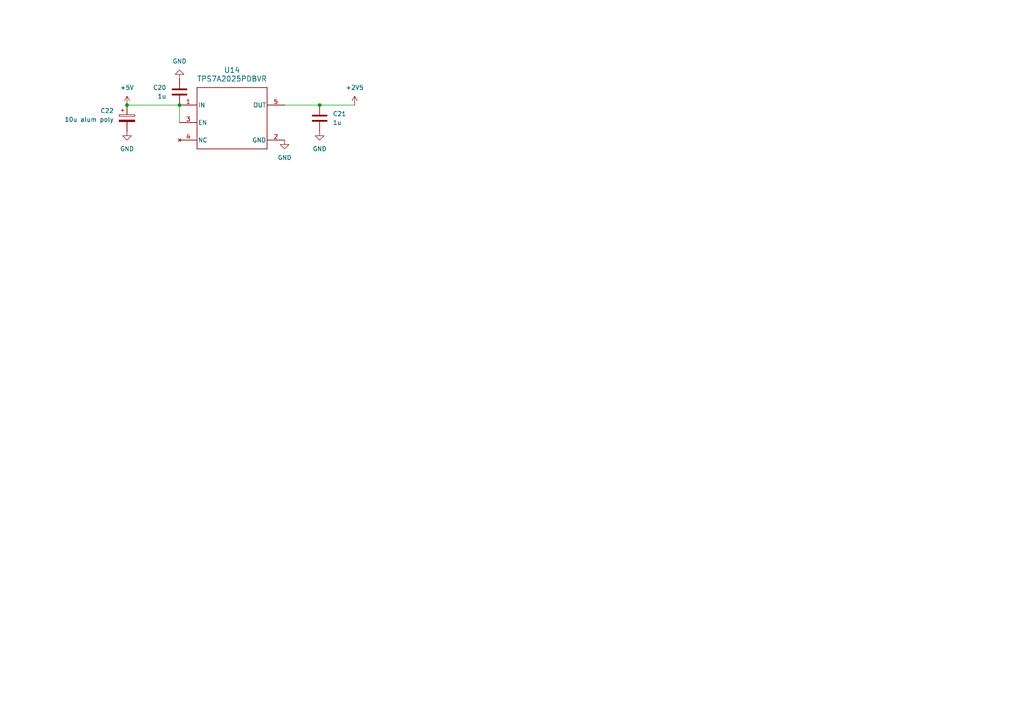
<source format=kicad_sch>
(kicad_sch (version 20250114) (generator "eeschema") (generator_version "9.0")
  (paper "A4")
  (lib_symbols
    (symbol "Device:C" (pin_numbers (hide yes)) (pin_names (offset 0.254))
      (property "Reference" "C" (at 0.635 2.54 0))
      (property "Value" "C" (at 0.635 -2.54 0))
      (symbol "C_0_1"
        (polyline (pts (xy -2.032 0.762) (xy 2.032 0.762)) (stroke (width 0.508)))
        (polyline (pts (xy -2.032 -0.762) (xy 2.032 -0.762)) (stroke (width 0.508)))
      )
      (symbol "C_1_1"
        (pin passive line (at 0 3.81 270) (length 2.794) (name "~") (number "1"))
        (pin passive line (at 0 -3.81 90) (length 2.794) (name "~") (number "2"))
      )
    )
    (symbol "Device:C_Polarized" (pin_numbers (hide yes)) (pin_names (offset 0.254))
      (property "Reference" "C" (at 0.635 2.54 0))
      (property "Value" "C_Polarized" (at 0.635 -2.54 0))
      (symbol "C_Polarized_0_1"
        (rectangle (start -2.286 0.508) (end 2.286 1.016))
        (polyline (pts (xy -1.778 2.286) (xy -0.762 2.286)))
        (polyline (pts (xy -1.27 2.794) (xy -1.27 1.778)))
        (rectangle (start 2.286 -0.508) (end -2.286 -1.016) (fill (type outline)))
      )
      (symbol "C_Polarized_1_1"
        (pin passive line (at 0 3.81 270) (length 2.794) (name "~") (number "1"))
        (pin passive line (at 0 -3.81 90) (length 2.794) (name "~") (number "2"))
      )
    )
    (symbol "Library:TPS7A2025PDBVR" (pin_names (offset 0.254))
      (property "Reference" "U" (at 0.762 10.922 0))
      (property "Value" "TPS7A2025PDBVR" (at 1.016 8.128 0))
      (symbol "TPS7A2025PDBVR_0_1"
        (polyline (pts (xy 5.08 5.08) (xy 5.08 -12.7)) (stroke (width 0.2032)))
        (polyline (pts (xy 5.08 -12.7) (xy 25.4 -12.7)) (stroke (width 0.2032)))
        (polyline (pts (xy 25.4 5.08) (xy 5.08 5.08)) (stroke (width 0.2032)))
        (polyline (pts (xy 25.4 -12.7) (xy 25.4 5.08)) (stroke (width 0.2032)))
        (pin power_in line (at 0 0 0) (length 5.08) (name "IN") (number "1"))
        (pin input line (at 0 -5.08 0) (length 5.08) (name "EN") (number "3"))
        (pin power_in line (at 30.48 -10.16 180) (length 5.08) (name "GND") (number "2"))
      )
      (symbol "TPS7A2025PDBVR_1_1"
        (pin no_connect line (at 0 -10.16 0) (length 5.08) (name "NC") (number "4"))
        (pin power_out line (at 30.48 0 180) (length 5.08) (name "OUT") (number "5"))
      )
    )
    (symbol "power:+2V5" (power) (pin_numbers (hide yes)) (pin_names (offset 0) (hide yes))
      (property "Value" "+2V5" (at 0 3.556 0))
      (symbol "+2V5_0_1"
        (polyline (pts (xy -0.762 1.27) (xy 0 2.54)))
        (polyline (pts (xy 0 2.54) (xy 0.762 1.27)))
        (polyline (pts (xy 0 0) (xy 0 2.54)))
      )
      (symbol "+2V5_1_1"
        (pin power_in line (at 0 0 90) (length 0) (name "~") (number "1"))
      )
    )
    (symbol "power:+5V" (power) (pin_numbers (hide yes)) (pin_names (offset 0) (hide yes))
      (property "Value" "+5V" (at 0 3.556 0))
      (symbol "+5V_0_1"
        (polyline (pts (xy -0.762 1.27) (xy 0 2.54)))
        (polyline (pts (xy 0 2.54) (xy 0.762 1.27)))
        (polyline (pts (xy 0 0) (xy 0 2.54)))
      )
      (symbol "+5V_1_1"
        (pin power_in line (at 0 0 90) (length 0) (name "~") (number "1"))
      )
    )
    (symbol "power:GND" (power) (pin_numbers (hide yes)) (pin_names (offset 0) (hide yes))
      (property "Value" "GND" (at 0 -3.81 0))
      (symbol "GND_0_1"
        (polyline (pts (xy 0 0) (xy 0 -1.27) (xy 1.27 -1.27) (xy 0 -2.54) (xy -1.27 -1.27) (xy 0 -1.27)))
      )
      (symbol "GND_1_1"
        (pin power_in line (at 0 0 270) (length 0) (name "~") (number "1"))
      )
    )
  )
  (junction (at 92.71 30.48))
  (junction (at 52.07 30.48))
  (junction (at 36.83 30.48))
  (wire (pts (xy 36.83 30.48) (xy 52.07 30.48)))
  (wire (pts (xy 52.07 30.48) (xy 52.07 35.56)))
  (wire (pts (xy 92.71 30.48) (xy 102.87 30.48)))
  (wire (pts (xy 82.55 30.48) (xy 92.71 30.48)))
  (symbol (lib_id "power:GND") (at 36.83 38.1 0) (unit 1)
    (property "Reference" "#PWR042" (effects (hide yes)))
    (property "Value" "GND" (at 36.83 43.18 0))
    (property "Description" "Power symbol creates a global label with name \"GND\" , ground" (effects (hide yes)))
  )
  (symbol (lib_id "Library:TPS7A2025PDBVR") (at 52.07 30.48 0) (unit 1)
    (property "Reference" "U14" (at 67.31 20.32 0) (effects (font (size 1.524 1.524))))
    (property "Value" "TPS7A2025PDBVR" (at 67.31 22.86 0) (effects (font (size 1.524 1.524))))
    (property "Footprint" "Package_TO_SOT_SMD:SOT-23-5_HandSoldering" (effects (hide yes)))
    (property "Datasheet" "TPS7A2025PDBVR" (effects (hide yes)))
  )
  (symbol (lib_id "power:GND") (at 92.71 38.1 0) (unit 1)
    (property "Reference" "#PWR040" (effects (hide yes)))
    (property "Value" "GND" (at 92.71 43.18 0))
    (property "Description" "Power symbol creates a global label with name \"GND\" , ground" (effects (hide yes)))
  )
  (symbol (lib_id "power:GND") (at 52.07 22.86 180) (unit 1)
    (property "Reference" "#PWR039" (effects (hide yes)))
    (property "Value" "GND" (at 52.07 17.78 0))
    (property "Description" "Power symbol creates a global label with name \"GND\" , ground" (effects (hide yes)))
  )
  (symbol (lib_id "Device:C") (at 92.71 34.29 0) (unit 1)
    (property "Reference" "C21" (at 96.52 33.0199 0) (effects (justify left)))
    (property "Value" "1u" (at 96.52 35.5599 0) (effects (justify left)))
    (property "Footprint" "Capacitor_SMD:C_1206_3216Metric_Pad1.33x1.80mm_HandSolder" (effects (hide yes)))
    (property "Description" "Unpolarized capacitor" (effects (hide yes)))
  )
  (symbol (lib_id "power:+2V5") (at 102.87 30.48 0) (unit 1)
    (property "Reference" "#PWR041" (effects (hide yes)))
    (property "Value" "+2V5" (at 102.87 25.4 0))
    (property "Description" "Power symbol creates a global label with name \"+2V5\"" (effects (hide yes)))
  )
  (symbol (lib_id "power:GND") (at 82.55 40.64 0) (unit 1)
    (property "Reference" "#PWR038" (effects (hide yes)))
    (property "Value" "GND" (at 82.55 45.72 0))
    (property "Description" "Power symbol creates a global label with name \"GND\" , ground" (effects (hide yes)))
  )
  (symbol (lib_id "Device:C") (at 52.07 26.67 0) (mirror y) (unit 1)
    (property "Reference" "C20" (at 48.26 25.3999 0) (effects (justify left)))
    (property "Value" "1u" (at 48.26 27.9399 0) (effects (justify left)))
    (property "Footprint" "Capacitor_SMD:C_1206_3216Metric_Pad1.33x1.80mm_HandSolder" (effects (hide yes)))
    (property "Description" "Unpolarized capacitor" (effects (hide yes)))
  )
  (symbol (lib_id "power:+5V") (at 36.83 30.48 0) (unit 1)
    (property "Reference" "#PWR012" (effects (hide yes)))
    (property "Value" "+5V" (at 36.83 25.4 0))
    (property "Description" "Power symbol creates a global label with name \"+5V\"" (effects (hide yes)))
  )
  (symbol (lib_id "Device:C_Polarized") (at 36.83 34.29 0) (unit 1)
    (property "Reference" "C22" (at 33.02 32.1309 0) (effects (justify right)))
    (property "Value" "10u alum poly" (at 33.02 34.6709 0) (effects (justify right)))
    (property "Footprint" "Capacitor_SMD:CP_Elec_6.3x7.7" (effects (hide yes)))
    (property "Description" "Polarized capacitor" (effects (hide yes)))
  )
)
</source>
